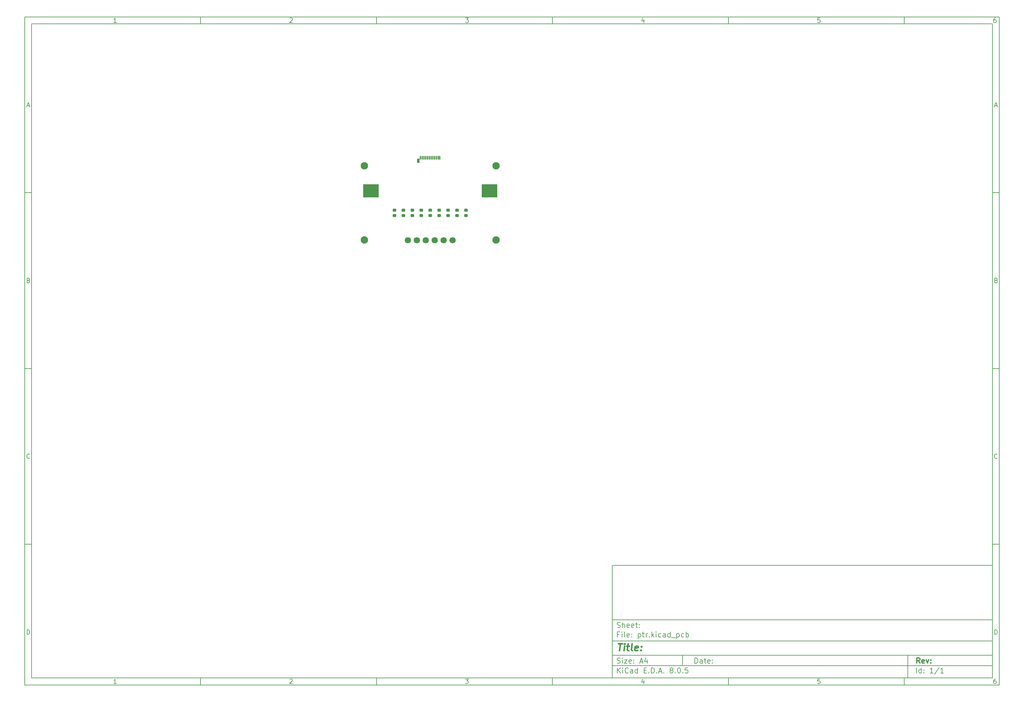
<source format=gbr>
%TF.GenerationSoftware,KiCad,Pcbnew,8.0.5*%
%TF.CreationDate,2024-11-03T20:33:15+08:00*%
%TF.ProjectId,ptr,7074722e-6b69-4636-9164-5f7063625858,rev?*%
%TF.SameCoordinates,Original*%
%TF.FileFunction,Soldermask,Top*%
%TF.FilePolarity,Negative*%
%FSLAX46Y46*%
G04 Gerber Fmt 4.6, Leading zero omitted, Abs format (unit mm)*
G04 Created by KiCad (PCBNEW 8.0.5) date 2024-11-03 20:33:15*
%MOMM*%
%LPD*%
G01*
G04 APERTURE LIST*
G04 Aperture macros list*
%AMRoundRect*
0 Rectangle with rounded corners*
0 $1 Rounding radius*
0 $2 $3 $4 $5 $6 $7 $8 $9 X,Y pos of 4 corners*
0 Add a 4 corners polygon primitive as box body*
4,1,4,$2,$3,$4,$5,$6,$7,$8,$9,$2,$3,0*
0 Add four circle primitives for the rounded corners*
1,1,$1+$1,$2,$3*
1,1,$1+$1,$4,$5*
1,1,$1+$1,$6,$7*
1,1,$1+$1,$8,$9*
0 Add four rect primitives between the rounded corners*
20,1,$1+$1,$2,$3,$4,$5,0*
20,1,$1+$1,$4,$5,$6,$7,0*
20,1,$1+$1,$6,$7,$8,$9,0*
20,1,$1+$1,$8,$9,$2,$3,0*%
G04 Aperture macros list end*
%ADD10C,0.100000*%
%ADD11C,0.150000*%
%ADD12C,0.300000*%
%ADD13C,0.400000*%
%ADD14R,4.500000X3.750000*%
%ADD15RoundRect,0.218750X-0.256250X0.218750X-0.256250X-0.218750X0.256250X-0.218750X0.256250X0.218750X0*%
%ADD16C,2.100000*%
%ADD17R,0.380000X1.000000*%
%ADD18R,0.700000X1.150000*%
%ADD19C,1.800000*%
G04 APERTURE END LIST*
D10*
D11*
X177002200Y-166007200D02*
X285002200Y-166007200D01*
X285002200Y-198007200D01*
X177002200Y-198007200D01*
X177002200Y-166007200D01*
D10*
D11*
X10000000Y-10000000D02*
X287002200Y-10000000D01*
X287002200Y-200007200D01*
X10000000Y-200007200D01*
X10000000Y-10000000D01*
D10*
D11*
X12000000Y-12000000D02*
X285002200Y-12000000D01*
X285002200Y-198007200D01*
X12000000Y-198007200D01*
X12000000Y-12000000D01*
D10*
D11*
X60000000Y-12000000D02*
X60000000Y-10000000D01*
D10*
D11*
X110000000Y-12000000D02*
X110000000Y-10000000D01*
D10*
D11*
X160000000Y-12000000D02*
X160000000Y-10000000D01*
D10*
D11*
X210000000Y-12000000D02*
X210000000Y-10000000D01*
D10*
D11*
X260000000Y-12000000D02*
X260000000Y-10000000D01*
D10*
D11*
X36089160Y-11593604D02*
X35346303Y-11593604D01*
X35717731Y-11593604D02*
X35717731Y-10293604D01*
X35717731Y-10293604D02*
X35593922Y-10479319D01*
X35593922Y-10479319D02*
X35470112Y-10603128D01*
X35470112Y-10603128D02*
X35346303Y-10665033D01*
D10*
D11*
X85346303Y-10417414D02*
X85408207Y-10355509D01*
X85408207Y-10355509D02*
X85532017Y-10293604D01*
X85532017Y-10293604D02*
X85841541Y-10293604D01*
X85841541Y-10293604D02*
X85965350Y-10355509D01*
X85965350Y-10355509D02*
X86027255Y-10417414D01*
X86027255Y-10417414D02*
X86089160Y-10541223D01*
X86089160Y-10541223D02*
X86089160Y-10665033D01*
X86089160Y-10665033D02*
X86027255Y-10850747D01*
X86027255Y-10850747D02*
X85284398Y-11593604D01*
X85284398Y-11593604D02*
X86089160Y-11593604D01*
D10*
D11*
X135284398Y-10293604D02*
X136089160Y-10293604D01*
X136089160Y-10293604D02*
X135655826Y-10788842D01*
X135655826Y-10788842D02*
X135841541Y-10788842D01*
X135841541Y-10788842D02*
X135965350Y-10850747D01*
X135965350Y-10850747D02*
X136027255Y-10912652D01*
X136027255Y-10912652D02*
X136089160Y-11036461D01*
X136089160Y-11036461D02*
X136089160Y-11345985D01*
X136089160Y-11345985D02*
X136027255Y-11469795D01*
X136027255Y-11469795D02*
X135965350Y-11531700D01*
X135965350Y-11531700D02*
X135841541Y-11593604D01*
X135841541Y-11593604D02*
X135470112Y-11593604D01*
X135470112Y-11593604D02*
X135346303Y-11531700D01*
X135346303Y-11531700D02*
X135284398Y-11469795D01*
D10*
D11*
X185965350Y-10726938D02*
X185965350Y-11593604D01*
X185655826Y-10231700D02*
X185346303Y-11160271D01*
X185346303Y-11160271D02*
X186151064Y-11160271D01*
D10*
D11*
X236027255Y-10293604D02*
X235408207Y-10293604D01*
X235408207Y-10293604D02*
X235346303Y-10912652D01*
X235346303Y-10912652D02*
X235408207Y-10850747D01*
X235408207Y-10850747D02*
X235532017Y-10788842D01*
X235532017Y-10788842D02*
X235841541Y-10788842D01*
X235841541Y-10788842D02*
X235965350Y-10850747D01*
X235965350Y-10850747D02*
X236027255Y-10912652D01*
X236027255Y-10912652D02*
X236089160Y-11036461D01*
X236089160Y-11036461D02*
X236089160Y-11345985D01*
X236089160Y-11345985D02*
X236027255Y-11469795D01*
X236027255Y-11469795D02*
X235965350Y-11531700D01*
X235965350Y-11531700D02*
X235841541Y-11593604D01*
X235841541Y-11593604D02*
X235532017Y-11593604D01*
X235532017Y-11593604D02*
X235408207Y-11531700D01*
X235408207Y-11531700D02*
X235346303Y-11469795D01*
D10*
D11*
X285965350Y-10293604D02*
X285717731Y-10293604D01*
X285717731Y-10293604D02*
X285593922Y-10355509D01*
X285593922Y-10355509D02*
X285532017Y-10417414D01*
X285532017Y-10417414D02*
X285408207Y-10603128D01*
X285408207Y-10603128D02*
X285346303Y-10850747D01*
X285346303Y-10850747D02*
X285346303Y-11345985D01*
X285346303Y-11345985D02*
X285408207Y-11469795D01*
X285408207Y-11469795D02*
X285470112Y-11531700D01*
X285470112Y-11531700D02*
X285593922Y-11593604D01*
X285593922Y-11593604D02*
X285841541Y-11593604D01*
X285841541Y-11593604D02*
X285965350Y-11531700D01*
X285965350Y-11531700D02*
X286027255Y-11469795D01*
X286027255Y-11469795D02*
X286089160Y-11345985D01*
X286089160Y-11345985D02*
X286089160Y-11036461D01*
X286089160Y-11036461D02*
X286027255Y-10912652D01*
X286027255Y-10912652D02*
X285965350Y-10850747D01*
X285965350Y-10850747D02*
X285841541Y-10788842D01*
X285841541Y-10788842D02*
X285593922Y-10788842D01*
X285593922Y-10788842D02*
X285470112Y-10850747D01*
X285470112Y-10850747D02*
X285408207Y-10912652D01*
X285408207Y-10912652D02*
X285346303Y-11036461D01*
D10*
D11*
X60000000Y-198007200D02*
X60000000Y-200007200D01*
D10*
D11*
X110000000Y-198007200D02*
X110000000Y-200007200D01*
D10*
D11*
X160000000Y-198007200D02*
X160000000Y-200007200D01*
D10*
D11*
X210000000Y-198007200D02*
X210000000Y-200007200D01*
D10*
D11*
X260000000Y-198007200D02*
X260000000Y-200007200D01*
D10*
D11*
X36089160Y-199600804D02*
X35346303Y-199600804D01*
X35717731Y-199600804D02*
X35717731Y-198300804D01*
X35717731Y-198300804D02*
X35593922Y-198486519D01*
X35593922Y-198486519D02*
X35470112Y-198610328D01*
X35470112Y-198610328D02*
X35346303Y-198672233D01*
D10*
D11*
X85346303Y-198424614D02*
X85408207Y-198362709D01*
X85408207Y-198362709D02*
X85532017Y-198300804D01*
X85532017Y-198300804D02*
X85841541Y-198300804D01*
X85841541Y-198300804D02*
X85965350Y-198362709D01*
X85965350Y-198362709D02*
X86027255Y-198424614D01*
X86027255Y-198424614D02*
X86089160Y-198548423D01*
X86089160Y-198548423D02*
X86089160Y-198672233D01*
X86089160Y-198672233D02*
X86027255Y-198857947D01*
X86027255Y-198857947D02*
X85284398Y-199600804D01*
X85284398Y-199600804D02*
X86089160Y-199600804D01*
D10*
D11*
X135284398Y-198300804D02*
X136089160Y-198300804D01*
X136089160Y-198300804D02*
X135655826Y-198796042D01*
X135655826Y-198796042D02*
X135841541Y-198796042D01*
X135841541Y-198796042D02*
X135965350Y-198857947D01*
X135965350Y-198857947D02*
X136027255Y-198919852D01*
X136027255Y-198919852D02*
X136089160Y-199043661D01*
X136089160Y-199043661D02*
X136089160Y-199353185D01*
X136089160Y-199353185D02*
X136027255Y-199476995D01*
X136027255Y-199476995D02*
X135965350Y-199538900D01*
X135965350Y-199538900D02*
X135841541Y-199600804D01*
X135841541Y-199600804D02*
X135470112Y-199600804D01*
X135470112Y-199600804D02*
X135346303Y-199538900D01*
X135346303Y-199538900D02*
X135284398Y-199476995D01*
D10*
D11*
X185965350Y-198734138D02*
X185965350Y-199600804D01*
X185655826Y-198238900D02*
X185346303Y-199167471D01*
X185346303Y-199167471D02*
X186151064Y-199167471D01*
D10*
D11*
X236027255Y-198300804D02*
X235408207Y-198300804D01*
X235408207Y-198300804D02*
X235346303Y-198919852D01*
X235346303Y-198919852D02*
X235408207Y-198857947D01*
X235408207Y-198857947D02*
X235532017Y-198796042D01*
X235532017Y-198796042D02*
X235841541Y-198796042D01*
X235841541Y-198796042D02*
X235965350Y-198857947D01*
X235965350Y-198857947D02*
X236027255Y-198919852D01*
X236027255Y-198919852D02*
X236089160Y-199043661D01*
X236089160Y-199043661D02*
X236089160Y-199353185D01*
X236089160Y-199353185D02*
X236027255Y-199476995D01*
X236027255Y-199476995D02*
X235965350Y-199538900D01*
X235965350Y-199538900D02*
X235841541Y-199600804D01*
X235841541Y-199600804D02*
X235532017Y-199600804D01*
X235532017Y-199600804D02*
X235408207Y-199538900D01*
X235408207Y-199538900D02*
X235346303Y-199476995D01*
D10*
D11*
X285965350Y-198300804D02*
X285717731Y-198300804D01*
X285717731Y-198300804D02*
X285593922Y-198362709D01*
X285593922Y-198362709D02*
X285532017Y-198424614D01*
X285532017Y-198424614D02*
X285408207Y-198610328D01*
X285408207Y-198610328D02*
X285346303Y-198857947D01*
X285346303Y-198857947D02*
X285346303Y-199353185D01*
X285346303Y-199353185D02*
X285408207Y-199476995D01*
X285408207Y-199476995D02*
X285470112Y-199538900D01*
X285470112Y-199538900D02*
X285593922Y-199600804D01*
X285593922Y-199600804D02*
X285841541Y-199600804D01*
X285841541Y-199600804D02*
X285965350Y-199538900D01*
X285965350Y-199538900D02*
X286027255Y-199476995D01*
X286027255Y-199476995D02*
X286089160Y-199353185D01*
X286089160Y-199353185D02*
X286089160Y-199043661D01*
X286089160Y-199043661D02*
X286027255Y-198919852D01*
X286027255Y-198919852D02*
X285965350Y-198857947D01*
X285965350Y-198857947D02*
X285841541Y-198796042D01*
X285841541Y-198796042D02*
X285593922Y-198796042D01*
X285593922Y-198796042D02*
X285470112Y-198857947D01*
X285470112Y-198857947D02*
X285408207Y-198919852D01*
X285408207Y-198919852D02*
X285346303Y-199043661D01*
D10*
D11*
X10000000Y-60000000D02*
X12000000Y-60000000D01*
D10*
D11*
X10000000Y-110000000D02*
X12000000Y-110000000D01*
D10*
D11*
X10000000Y-160000000D02*
X12000000Y-160000000D01*
D10*
D11*
X10690476Y-35222176D02*
X11309523Y-35222176D01*
X10566666Y-35593604D02*
X10999999Y-34293604D01*
X10999999Y-34293604D02*
X11433333Y-35593604D01*
D10*
D11*
X11092857Y-84912652D02*
X11278571Y-84974557D01*
X11278571Y-84974557D02*
X11340476Y-85036461D01*
X11340476Y-85036461D02*
X11402380Y-85160271D01*
X11402380Y-85160271D02*
X11402380Y-85345985D01*
X11402380Y-85345985D02*
X11340476Y-85469795D01*
X11340476Y-85469795D02*
X11278571Y-85531700D01*
X11278571Y-85531700D02*
X11154761Y-85593604D01*
X11154761Y-85593604D02*
X10659523Y-85593604D01*
X10659523Y-85593604D02*
X10659523Y-84293604D01*
X10659523Y-84293604D02*
X11092857Y-84293604D01*
X11092857Y-84293604D02*
X11216666Y-84355509D01*
X11216666Y-84355509D02*
X11278571Y-84417414D01*
X11278571Y-84417414D02*
X11340476Y-84541223D01*
X11340476Y-84541223D02*
X11340476Y-84665033D01*
X11340476Y-84665033D02*
X11278571Y-84788842D01*
X11278571Y-84788842D02*
X11216666Y-84850747D01*
X11216666Y-84850747D02*
X11092857Y-84912652D01*
X11092857Y-84912652D02*
X10659523Y-84912652D01*
D10*
D11*
X11402380Y-135469795D02*
X11340476Y-135531700D01*
X11340476Y-135531700D02*
X11154761Y-135593604D01*
X11154761Y-135593604D02*
X11030952Y-135593604D01*
X11030952Y-135593604D02*
X10845238Y-135531700D01*
X10845238Y-135531700D02*
X10721428Y-135407890D01*
X10721428Y-135407890D02*
X10659523Y-135284080D01*
X10659523Y-135284080D02*
X10597619Y-135036461D01*
X10597619Y-135036461D02*
X10597619Y-134850747D01*
X10597619Y-134850747D02*
X10659523Y-134603128D01*
X10659523Y-134603128D02*
X10721428Y-134479319D01*
X10721428Y-134479319D02*
X10845238Y-134355509D01*
X10845238Y-134355509D02*
X11030952Y-134293604D01*
X11030952Y-134293604D02*
X11154761Y-134293604D01*
X11154761Y-134293604D02*
X11340476Y-134355509D01*
X11340476Y-134355509D02*
X11402380Y-134417414D01*
D10*
D11*
X10659523Y-185593604D02*
X10659523Y-184293604D01*
X10659523Y-184293604D02*
X10969047Y-184293604D01*
X10969047Y-184293604D02*
X11154761Y-184355509D01*
X11154761Y-184355509D02*
X11278571Y-184479319D01*
X11278571Y-184479319D02*
X11340476Y-184603128D01*
X11340476Y-184603128D02*
X11402380Y-184850747D01*
X11402380Y-184850747D02*
X11402380Y-185036461D01*
X11402380Y-185036461D02*
X11340476Y-185284080D01*
X11340476Y-185284080D02*
X11278571Y-185407890D01*
X11278571Y-185407890D02*
X11154761Y-185531700D01*
X11154761Y-185531700D02*
X10969047Y-185593604D01*
X10969047Y-185593604D02*
X10659523Y-185593604D01*
D10*
D11*
X287002200Y-60000000D02*
X285002200Y-60000000D01*
D10*
D11*
X287002200Y-110000000D02*
X285002200Y-110000000D01*
D10*
D11*
X287002200Y-160000000D02*
X285002200Y-160000000D01*
D10*
D11*
X285692676Y-35222176D02*
X286311723Y-35222176D01*
X285568866Y-35593604D02*
X286002199Y-34293604D01*
X286002199Y-34293604D02*
X286435533Y-35593604D01*
D10*
D11*
X286095057Y-84912652D02*
X286280771Y-84974557D01*
X286280771Y-84974557D02*
X286342676Y-85036461D01*
X286342676Y-85036461D02*
X286404580Y-85160271D01*
X286404580Y-85160271D02*
X286404580Y-85345985D01*
X286404580Y-85345985D02*
X286342676Y-85469795D01*
X286342676Y-85469795D02*
X286280771Y-85531700D01*
X286280771Y-85531700D02*
X286156961Y-85593604D01*
X286156961Y-85593604D02*
X285661723Y-85593604D01*
X285661723Y-85593604D02*
X285661723Y-84293604D01*
X285661723Y-84293604D02*
X286095057Y-84293604D01*
X286095057Y-84293604D02*
X286218866Y-84355509D01*
X286218866Y-84355509D02*
X286280771Y-84417414D01*
X286280771Y-84417414D02*
X286342676Y-84541223D01*
X286342676Y-84541223D02*
X286342676Y-84665033D01*
X286342676Y-84665033D02*
X286280771Y-84788842D01*
X286280771Y-84788842D02*
X286218866Y-84850747D01*
X286218866Y-84850747D02*
X286095057Y-84912652D01*
X286095057Y-84912652D02*
X285661723Y-84912652D01*
D10*
D11*
X286404580Y-135469795D02*
X286342676Y-135531700D01*
X286342676Y-135531700D02*
X286156961Y-135593604D01*
X286156961Y-135593604D02*
X286033152Y-135593604D01*
X286033152Y-135593604D02*
X285847438Y-135531700D01*
X285847438Y-135531700D02*
X285723628Y-135407890D01*
X285723628Y-135407890D02*
X285661723Y-135284080D01*
X285661723Y-135284080D02*
X285599819Y-135036461D01*
X285599819Y-135036461D02*
X285599819Y-134850747D01*
X285599819Y-134850747D02*
X285661723Y-134603128D01*
X285661723Y-134603128D02*
X285723628Y-134479319D01*
X285723628Y-134479319D02*
X285847438Y-134355509D01*
X285847438Y-134355509D02*
X286033152Y-134293604D01*
X286033152Y-134293604D02*
X286156961Y-134293604D01*
X286156961Y-134293604D02*
X286342676Y-134355509D01*
X286342676Y-134355509D02*
X286404580Y-134417414D01*
D10*
D11*
X285661723Y-185593604D02*
X285661723Y-184293604D01*
X285661723Y-184293604D02*
X285971247Y-184293604D01*
X285971247Y-184293604D02*
X286156961Y-184355509D01*
X286156961Y-184355509D02*
X286280771Y-184479319D01*
X286280771Y-184479319D02*
X286342676Y-184603128D01*
X286342676Y-184603128D02*
X286404580Y-184850747D01*
X286404580Y-184850747D02*
X286404580Y-185036461D01*
X286404580Y-185036461D02*
X286342676Y-185284080D01*
X286342676Y-185284080D02*
X286280771Y-185407890D01*
X286280771Y-185407890D02*
X286156961Y-185531700D01*
X286156961Y-185531700D02*
X285971247Y-185593604D01*
X285971247Y-185593604D02*
X285661723Y-185593604D01*
D10*
D11*
X200458026Y-193793328D02*
X200458026Y-192293328D01*
X200458026Y-192293328D02*
X200815169Y-192293328D01*
X200815169Y-192293328D02*
X201029455Y-192364757D01*
X201029455Y-192364757D02*
X201172312Y-192507614D01*
X201172312Y-192507614D02*
X201243741Y-192650471D01*
X201243741Y-192650471D02*
X201315169Y-192936185D01*
X201315169Y-192936185D02*
X201315169Y-193150471D01*
X201315169Y-193150471D02*
X201243741Y-193436185D01*
X201243741Y-193436185D02*
X201172312Y-193579042D01*
X201172312Y-193579042D02*
X201029455Y-193721900D01*
X201029455Y-193721900D02*
X200815169Y-193793328D01*
X200815169Y-193793328D02*
X200458026Y-193793328D01*
X202600884Y-193793328D02*
X202600884Y-193007614D01*
X202600884Y-193007614D02*
X202529455Y-192864757D01*
X202529455Y-192864757D02*
X202386598Y-192793328D01*
X202386598Y-192793328D02*
X202100884Y-192793328D01*
X202100884Y-192793328D02*
X201958026Y-192864757D01*
X202600884Y-193721900D02*
X202458026Y-193793328D01*
X202458026Y-193793328D02*
X202100884Y-193793328D01*
X202100884Y-193793328D02*
X201958026Y-193721900D01*
X201958026Y-193721900D02*
X201886598Y-193579042D01*
X201886598Y-193579042D02*
X201886598Y-193436185D01*
X201886598Y-193436185D02*
X201958026Y-193293328D01*
X201958026Y-193293328D02*
X202100884Y-193221900D01*
X202100884Y-193221900D02*
X202458026Y-193221900D01*
X202458026Y-193221900D02*
X202600884Y-193150471D01*
X203100884Y-192793328D02*
X203672312Y-192793328D01*
X203315169Y-192293328D02*
X203315169Y-193579042D01*
X203315169Y-193579042D02*
X203386598Y-193721900D01*
X203386598Y-193721900D02*
X203529455Y-193793328D01*
X203529455Y-193793328D02*
X203672312Y-193793328D01*
X204743741Y-193721900D02*
X204600884Y-193793328D01*
X204600884Y-193793328D02*
X204315170Y-193793328D01*
X204315170Y-193793328D02*
X204172312Y-193721900D01*
X204172312Y-193721900D02*
X204100884Y-193579042D01*
X204100884Y-193579042D02*
X204100884Y-193007614D01*
X204100884Y-193007614D02*
X204172312Y-192864757D01*
X204172312Y-192864757D02*
X204315170Y-192793328D01*
X204315170Y-192793328D02*
X204600884Y-192793328D01*
X204600884Y-192793328D02*
X204743741Y-192864757D01*
X204743741Y-192864757D02*
X204815170Y-193007614D01*
X204815170Y-193007614D02*
X204815170Y-193150471D01*
X204815170Y-193150471D02*
X204100884Y-193293328D01*
X205458026Y-193650471D02*
X205529455Y-193721900D01*
X205529455Y-193721900D02*
X205458026Y-193793328D01*
X205458026Y-193793328D02*
X205386598Y-193721900D01*
X205386598Y-193721900D02*
X205458026Y-193650471D01*
X205458026Y-193650471D02*
X205458026Y-193793328D01*
X205458026Y-192864757D02*
X205529455Y-192936185D01*
X205529455Y-192936185D02*
X205458026Y-193007614D01*
X205458026Y-193007614D02*
X205386598Y-192936185D01*
X205386598Y-192936185D02*
X205458026Y-192864757D01*
X205458026Y-192864757D02*
X205458026Y-193007614D01*
D10*
D11*
X177002200Y-194507200D02*
X285002200Y-194507200D01*
D10*
D11*
X178458026Y-196593328D02*
X178458026Y-195093328D01*
X179315169Y-196593328D02*
X178672312Y-195736185D01*
X179315169Y-195093328D02*
X178458026Y-195950471D01*
X179958026Y-196593328D02*
X179958026Y-195593328D01*
X179958026Y-195093328D02*
X179886598Y-195164757D01*
X179886598Y-195164757D02*
X179958026Y-195236185D01*
X179958026Y-195236185D02*
X180029455Y-195164757D01*
X180029455Y-195164757D02*
X179958026Y-195093328D01*
X179958026Y-195093328D02*
X179958026Y-195236185D01*
X181529455Y-196450471D02*
X181458027Y-196521900D01*
X181458027Y-196521900D02*
X181243741Y-196593328D01*
X181243741Y-196593328D02*
X181100884Y-196593328D01*
X181100884Y-196593328D02*
X180886598Y-196521900D01*
X180886598Y-196521900D02*
X180743741Y-196379042D01*
X180743741Y-196379042D02*
X180672312Y-196236185D01*
X180672312Y-196236185D02*
X180600884Y-195950471D01*
X180600884Y-195950471D02*
X180600884Y-195736185D01*
X180600884Y-195736185D02*
X180672312Y-195450471D01*
X180672312Y-195450471D02*
X180743741Y-195307614D01*
X180743741Y-195307614D02*
X180886598Y-195164757D01*
X180886598Y-195164757D02*
X181100884Y-195093328D01*
X181100884Y-195093328D02*
X181243741Y-195093328D01*
X181243741Y-195093328D02*
X181458027Y-195164757D01*
X181458027Y-195164757D02*
X181529455Y-195236185D01*
X182815170Y-196593328D02*
X182815170Y-195807614D01*
X182815170Y-195807614D02*
X182743741Y-195664757D01*
X182743741Y-195664757D02*
X182600884Y-195593328D01*
X182600884Y-195593328D02*
X182315170Y-195593328D01*
X182315170Y-195593328D02*
X182172312Y-195664757D01*
X182815170Y-196521900D02*
X182672312Y-196593328D01*
X182672312Y-196593328D02*
X182315170Y-196593328D01*
X182315170Y-196593328D02*
X182172312Y-196521900D01*
X182172312Y-196521900D02*
X182100884Y-196379042D01*
X182100884Y-196379042D02*
X182100884Y-196236185D01*
X182100884Y-196236185D02*
X182172312Y-196093328D01*
X182172312Y-196093328D02*
X182315170Y-196021900D01*
X182315170Y-196021900D02*
X182672312Y-196021900D01*
X182672312Y-196021900D02*
X182815170Y-195950471D01*
X184172313Y-196593328D02*
X184172313Y-195093328D01*
X184172313Y-196521900D02*
X184029455Y-196593328D01*
X184029455Y-196593328D02*
X183743741Y-196593328D01*
X183743741Y-196593328D02*
X183600884Y-196521900D01*
X183600884Y-196521900D02*
X183529455Y-196450471D01*
X183529455Y-196450471D02*
X183458027Y-196307614D01*
X183458027Y-196307614D02*
X183458027Y-195879042D01*
X183458027Y-195879042D02*
X183529455Y-195736185D01*
X183529455Y-195736185D02*
X183600884Y-195664757D01*
X183600884Y-195664757D02*
X183743741Y-195593328D01*
X183743741Y-195593328D02*
X184029455Y-195593328D01*
X184029455Y-195593328D02*
X184172313Y-195664757D01*
X186029455Y-195807614D02*
X186529455Y-195807614D01*
X186743741Y-196593328D02*
X186029455Y-196593328D01*
X186029455Y-196593328D02*
X186029455Y-195093328D01*
X186029455Y-195093328D02*
X186743741Y-195093328D01*
X187386598Y-196450471D02*
X187458027Y-196521900D01*
X187458027Y-196521900D02*
X187386598Y-196593328D01*
X187386598Y-196593328D02*
X187315170Y-196521900D01*
X187315170Y-196521900D02*
X187386598Y-196450471D01*
X187386598Y-196450471D02*
X187386598Y-196593328D01*
X188100884Y-196593328D02*
X188100884Y-195093328D01*
X188100884Y-195093328D02*
X188458027Y-195093328D01*
X188458027Y-195093328D02*
X188672313Y-195164757D01*
X188672313Y-195164757D02*
X188815170Y-195307614D01*
X188815170Y-195307614D02*
X188886599Y-195450471D01*
X188886599Y-195450471D02*
X188958027Y-195736185D01*
X188958027Y-195736185D02*
X188958027Y-195950471D01*
X188958027Y-195950471D02*
X188886599Y-196236185D01*
X188886599Y-196236185D02*
X188815170Y-196379042D01*
X188815170Y-196379042D02*
X188672313Y-196521900D01*
X188672313Y-196521900D02*
X188458027Y-196593328D01*
X188458027Y-196593328D02*
X188100884Y-196593328D01*
X189600884Y-196450471D02*
X189672313Y-196521900D01*
X189672313Y-196521900D02*
X189600884Y-196593328D01*
X189600884Y-196593328D02*
X189529456Y-196521900D01*
X189529456Y-196521900D02*
X189600884Y-196450471D01*
X189600884Y-196450471D02*
X189600884Y-196593328D01*
X190243742Y-196164757D02*
X190958028Y-196164757D01*
X190100885Y-196593328D02*
X190600885Y-195093328D01*
X190600885Y-195093328D02*
X191100885Y-196593328D01*
X191600884Y-196450471D02*
X191672313Y-196521900D01*
X191672313Y-196521900D02*
X191600884Y-196593328D01*
X191600884Y-196593328D02*
X191529456Y-196521900D01*
X191529456Y-196521900D02*
X191600884Y-196450471D01*
X191600884Y-196450471D02*
X191600884Y-196593328D01*
X193672313Y-195736185D02*
X193529456Y-195664757D01*
X193529456Y-195664757D02*
X193458027Y-195593328D01*
X193458027Y-195593328D02*
X193386599Y-195450471D01*
X193386599Y-195450471D02*
X193386599Y-195379042D01*
X193386599Y-195379042D02*
X193458027Y-195236185D01*
X193458027Y-195236185D02*
X193529456Y-195164757D01*
X193529456Y-195164757D02*
X193672313Y-195093328D01*
X193672313Y-195093328D02*
X193958027Y-195093328D01*
X193958027Y-195093328D02*
X194100885Y-195164757D01*
X194100885Y-195164757D02*
X194172313Y-195236185D01*
X194172313Y-195236185D02*
X194243742Y-195379042D01*
X194243742Y-195379042D02*
X194243742Y-195450471D01*
X194243742Y-195450471D02*
X194172313Y-195593328D01*
X194172313Y-195593328D02*
X194100885Y-195664757D01*
X194100885Y-195664757D02*
X193958027Y-195736185D01*
X193958027Y-195736185D02*
X193672313Y-195736185D01*
X193672313Y-195736185D02*
X193529456Y-195807614D01*
X193529456Y-195807614D02*
X193458027Y-195879042D01*
X193458027Y-195879042D02*
X193386599Y-196021900D01*
X193386599Y-196021900D02*
X193386599Y-196307614D01*
X193386599Y-196307614D02*
X193458027Y-196450471D01*
X193458027Y-196450471D02*
X193529456Y-196521900D01*
X193529456Y-196521900D02*
X193672313Y-196593328D01*
X193672313Y-196593328D02*
X193958027Y-196593328D01*
X193958027Y-196593328D02*
X194100885Y-196521900D01*
X194100885Y-196521900D02*
X194172313Y-196450471D01*
X194172313Y-196450471D02*
X194243742Y-196307614D01*
X194243742Y-196307614D02*
X194243742Y-196021900D01*
X194243742Y-196021900D02*
X194172313Y-195879042D01*
X194172313Y-195879042D02*
X194100885Y-195807614D01*
X194100885Y-195807614D02*
X193958027Y-195736185D01*
X194886598Y-196450471D02*
X194958027Y-196521900D01*
X194958027Y-196521900D02*
X194886598Y-196593328D01*
X194886598Y-196593328D02*
X194815170Y-196521900D01*
X194815170Y-196521900D02*
X194886598Y-196450471D01*
X194886598Y-196450471D02*
X194886598Y-196593328D01*
X195886599Y-195093328D02*
X196029456Y-195093328D01*
X196029456Y-195093328D02*
X196172313Y-195164757D01*
X196172313Y-195164757D02*
X196243742Y-195236185D01*
X196243742Y-195236185D02*
X196315170Y-195379042D01*
X196315170Y-195379042D02*
X196386599Y-195664757D01*
X196386599Y-195664757D02*
X196386599Y-196021900D01*
X196386599Y-196021900D02*
X196315170Y-196307614D01*
X196315170Y-196307614D02*
X196243742Y-196450471D01*
X196243742Y-196450471D02*
X196172313Y-196521900D01*
X196172313Y-196521900D02*
X196029456Y-196593328D01*
X196029456Y-196593328D02*
X195886599Y-196593328D01*
X195886599Y-196593328D02*
X195743742Y-196521900D01*
X195743742Y-196521900D02*
X195672313Y-196450471D01*
X195672313Y-196450471D02*
X195600884Y-196307614D01*
X195600884Y-196307614D02*
X195529456Y-196021900D01*
X195529456Y-196021900D02*
X195529456Y-195664757D01*
X195529456Y-195664757D02*
X195600884Y-195379042D01*
X195600884Y-195379042D02*
X195672313Y-195236185D01*
X195672313Y-195236185D02*
X195743742Y-195164757D01*
X195743742Y-195164757D02*
X195886599Y-195093328D01*
X197029455Y-196450471D02*
X197100884Y-196521900D01*
X197100884Y-196521900D02*
X197029455Y-196593328D01*
X197029455Y-196593328D02*
X196958027Y-196521900D01*
X196958027Y-196521900D02*
X197029455Y-196450471D01*
X197029455Y-196450471D02*
X197029455Y-196593328D01*
X198458027Y-195093328D02*
X197743741Y-195093328D01*
X197743741Y-195093328D02*
X197672313Y-195807614D01*
X197672313Y-195807614D02*
X197743741Y-195736185D01*
X197743741Y-195736185D02*
X197886599Y-195664757D01*
X197886599Y-195664757D02*
X198243741Y-195664757D01*
X198243741Y-195664757D02*
X198386599Y-195736185D01*
X198386599Y-195736185D02*
X198458027Y-195807614D01*
X198458027Y-195807614D02*
X198529456Y-195950471D01*
X198529456Y-195950471D02*
X198529456Y-196307614D01*
X198529456Y-196307614D02*
X198458027Y-196450471D01*
X198458027Y-196450471D02*
X198386599Y-196521900D01*
X198386599Y-196521900D02*
X198243741Y-196593328D01*
X198243741Y-196593328D02*
X197886599Y-196593328D01*
X197886599Y-196593328D02*
X197743741Y-196521900D01*
X197743741Y-196521900D02*
X197672313Y-196450471D01*
D10*
D11*
X177002200Y-191507200D02*
X285002200Y-191507200D01*
D10*
D12*
X264413853Y-193785528D02*
X263913853Y-193071242D01*
X263556710Y-193785528D02*
X263556710Y-192285528D01*
X263556710Y-192285528D02*
X264128139Y-192285528D01*
X264128139Y-192285528D02*
X264270996Y-192356957D01*
X264270996Y-192356957D02*
X264342425Y-192428385D01*
X264342425Y-192428385D02*
X264413853Y-192571242D01*
X264413853Y-192571242D02*
X264413853Y-192785528D01*
X264413853Y-192785528D02*
X264342425Y-192928385D01*
X264342425Y-192928385D02*
X264270996Y-192999814D01*
X264270996Y-192999814D02*
X264128139Y-193071242D01*
X264128139Y-193071242D02*
X263556710Y-193071242D01*
X265628139Y-193714100D02*
X265485282Y-193785528D01*
X265485282Y-193785528D02*
X265199568Y-193785528D01*
X265199568Y-193785528D02*
X265056710Y-193714100D01*
X265056710Y-193714100D02*
X264985282Y-193571242D01*
X264985282Y-193571242D02*
X264985282Y-192999814D01*
X264985282Y-192999814D02*
X265056710Y-192856957D01*
X265056710Y-192856957D02*
X265199568Y-192785528D01*
X265199568Y-192785528D02*
X265485282Y-192785528D01*
X265485282Y-192785528D02*
X265628139Y-192856957D01*
X265628139Y-192856957D02*
X265699568Y-192999814D01*
X265699568Y-192999814D02*
X265699568Y-193142671D01*
X265699568Y-193142671D02*
X264985282Y-193285528D01*
X266199567Y-192785528D02*
X266556710Y-193785528D01*
X266556710Y-193785528D02*
X266913853Y-192785528D01*
X267485281Y-193642671D02*
X267556710Y-193714100D01*
X267556710Y-193714100D02*
X267485281Y-193785528D01*
X267485281Y-193785528D02*
X267413853Y-193714100D01*
X267413853Y-193714100D02*
X267485281Y-193642671D01*
X267485281Y-193642671D02*
X267485281Y-193785528D01*
X267485281Y-192856957D02*
X267556710Y-192928385D01*
X267556710Y-192928385D02*
X267485281Y-192999814D01*
X267485281Y-192999814D02*
X267413853Y-192928385D01*
X267413853Y-192928385D02*
X267485281Y-192856957D01*
X267485281Y-192856957D02*
X267485281Y-192999814D01*
D10*
D11*
X178386598Y-193721900D02*
X178600884Y-193793328D01*
X178600884Y-193793328D02*
X178958026Y-193793328D01*
X178958026Y-193793328D02*
X179100884Y-193721900D01*
X179100884Y-193721900D02*
X179172312Y-193650471D01*
X179172312Y-193650471D02*
X179243741Y-193507614D01*
X179243741Y-193507614D02*
X179243741Y-193364757D01*
X179243741Y-193364757D02*
X179172312Y-193221900D01*
X179172312Y-193221900D02*
X179100884Y-193150471D01*
X179100884Y-193150471D02*
X178958026Y-193079042D01*
X178958026Y-193079042D02*
X178672312Y-193007614D01*
X178672312Y-193007614D02*
X178529455Y-192936185D01*
X178529455Y-192936185D02*
X178458026Y-192864757D01*
X178458026Y-192864757D02*
X178386598Y-192721900D01*
X178386598Y-192721900D02*
X178386598Y-192579042D01*
X178386598Y-192579042D02*
X178458026Y-192436185D01*
X178458026Y-192436185D02*
X178529455Y-192364757D01*
X178529455Y-192364757D02*
X178672312Y-192293328D01*
X178672312Y-192293328D02*
X179029455Y-192293328D01*
X179029455Y-192293328D02*
X179243741Y-192364757D01*
X179886597Y-193793328D02*
X179886597Y-192793328D01*
X179886597Y-192293328D02*
X179815169Y-192364757D01*
X179815169Y-192364757D02*
X179886597Y-192436185D01*
X179886597Y-192436185D02*
X179958026Y-192364757D01*
X179958026Y-192364757D02*
X179886597Y-192293328D01*
X179886597Y-192293328D02*
X179886597Y-192436185D01*
X180458026Y-192793328D02*
X181243741Y-192793328D01*
X181243741Y-192793328D02*
X180458026Y-193793328D01*
X180458026Y-193793328D02*
X181243741Y-193793328D01*
X182386598Y-193721900D02*
X182243741Y-193793328D01*
X182243741Y-193793328D02*
X181958027Y-193793328D01*
X181958027Y-193793328D02*
X181815169Y-193721900D01*
X181815169Y-193721900D02*
X181743741Y-193579042D01*
X181743741Y-193579042D02*
X181743741Y-193007614D01*
X181743741Y-193007614D02*
X181815169Y-192864757D01*
X181815169Y-192864757D02*
X181958027Y-192793328D01*
X181958027Y-192793328D02*
X182243741Y-192793328D01*
X182243741Y-192793328D02*
X182386598Y-192864757D01*
X182386598Y-192864757D02*
X182458027Y-193007614D01*
X182458027Y-193007614D02*
X182458027Y-193150471D01*
X182458027Y-193150471D02*
X181743741Y-193293328D01*
X183100883Y-193650471D02*
X183172312Y-193721900D01*
X183172312Y-193721900D02*
X183100883Y-193793328D01*
X183100883Y-193793328D02*
X183029455Y-193721900D01*
X183029455Y-193721900D02*
X183100883Y-193650471D01*
X183100883Y-193650471D02*
X183100883Y-193793328D01*
X183100883Y-192864757D02*
X183172312Y-192936185D01*
X183172312Y-192936185D02*
X183100883Y-193007614D01*
X183100883Y-193007614D02*
X183029455Y-192936185D01*
X183029455Y-192936185D02*
X183100883Y-192864757D01*
X183100883Y-192864757D02*
X183100883Y-193007614D01*
X184886598Y-193364757D02*
X185600884Y-193364757D01*
X184743741Y-193793328D02*
X185243741Y-192293328D01*
X185243741Y-192293328D02*
X185743741Y-193793328D01*
X186886598Y-192793328D02*
X186886598Y-193793328D01*
X186529455Y-192221900D02*
X186172312Y-193293328D01*
X186172312Y-193293328D02*
X187100883Y-193293328D01*
D10*
D11*
X263458026Y-196593328D02*
X263458026Y-195093328D01*
X264815170Y-196593328D02*
X264815170Y-195093328D01*
X264815170Y-196521900D02*
X264672312Y-196593328D01*
X264672312Y-196593328D02*
X264386598Y-196593328D01*
X264386598Y-196593328D02*
X264243741Y-196521900D01*
X264243741Y-196521900D02*
X264172312Y-196450471D01*
X264172312Y-196450471D02*
X264100884Y-196307614D01*
X264100884Y-196307614D02*
X264100884Y-195879042D01*
X264100884Y-195879042D02*
X264172312Y-195736185D01*
X264172312Y-195736185D02*
X264243741Y-195664757D01*
X264243741Y-195664757D02*
X264386598Y-195593328D01*
X264386598Y-195593328D02*
X264672312Y-195593328D01*
X264672312Y-195593328D02*
X264815170Y-195664757D01*
X265529455Y-196450471D02*
X265600884Y-196521900D01*
X265600884Y-196521900D02*
X265529455Y-196593328D01*
X265529455Y-196593328D02*
X265458027Y-196521900D01*
X265458027Y-196521900D02*
X265529455Y-196450471D01*
X265529455Y-196450471D02*
X265529455Y-196593328D01*
X265529455Y-195664757D02*
X265600884Y-195736185D01*
X265600884Y-195736185D02*
X265529455Y-195807614D01*
X265529455Y-195807614D02*
X265458027Y-195736185D01*
X265458027Y-195736185D02*
X265529455Y-195664757D01*
X265529455Y-195664757D02*
X265529455Y-195807614D01*
X268172313Y-196593328D02*
X267315170Y-196593328D01*
X267743741Y-196593328D02*
X267743741Y-195093328D01*
X267743741Y-195093328D02*
X267600884Y-195307614D01*
X267600884Y-195307614D02*
X267458027Y-195450471D01*
X267458027Y-195450471D02*
X267315170Y-195521900D01*
X269886598Y-195021900D02*
X268600884Y-196950471D01*
X271172313Y-196593328D02*
X270315170Y-196593328D01*
X270743741Y-196593328D02*
X270743741Y-195093328D01*
X270743741Y-195093328D02*
X270600884Y-195307614D01*
X270600884Y-195307614D02*
X270458027Y-195450471D01*
X270458027Y-195450471D02*
X270315170Y-195521900D01*
D10*
D11*
X177002200Y-187507200D02*
X285002200Y-187507200D01*
D10*
D13*
X178693928Y-188211638D02*
X179836785Y-188211638D01*
X179015357Y-190211638D02*
X179265357Y-188211638D01*
X180253452Y-190211638D02*
X180420119Y-188878304D01*
X180503452Y-188211638D02*
X180396309Y-188306876D01*
X180396309Y-188306876D02*
X180479643Y-188402114D01*
X180479643Y-188402114D02*
X180586786Y-188306876D01*
X180586786Y-188306876D02*
X180503452Y-188211638D01*
X180503452Y-188211638D02*
X180479643Y-188402114D01*
X181086786Y-188878304D02*
X181848690Y-188878304D01*
X181455833Y-188211638D02*
X181241548Y-189925923D01*
X181241548Y-189925923D02*
X181312976Y-190116400D01*
X181312976Y-190116400D02*
X181491548Y-190211638D01*
X181491548Y-190211638D02*
X181682024Y-190211638D01*
X182634405Y-190211638D02*
X182455833Y-190116400D01*
X182455833Y-190116400D02*
X182384405Y-189925923D01*
X182384405Y-189925923D02*
X182598690Y-188211638D01*
X184170119Y-190116400D02*
X183967738Y-190211638D01*
X183967738Y-190211638D02*
X183586785Y-190211638D01*
X183586785Y-190211638D02*
X183408214Y-190116400D01*
X183408214Y-190116400D02*
X183336785Y-189925923D01*
X183336785Y-189925923D02*
X183432024Y-189164019D01*
X183432024Y-189164019D02*
X183551071Y-188973542D01*
X183551071Y-188973542D02*
X183753452Y-188878304D01*
X183753452Y-188878304D02*
X184134404Y-188878304D01*
X184134404Y-188878304D02*
X184312976Y-188973542D01*
X184312976Y-188973542D02*
X184384404Y-189164019D01*
X184384404Y-189164019D02*
X184360595Y-189354495D01*
X184360595Y-189354495D02*
X183384404Y-189544971D01*
X185134405Y-190021161D02*
X185217738Y-190116400D01*
X185217738Y-190116400D02*
X185110595Y-190211638D01*
X185110595Y-190211638D02*
X185027262Y-190116400D01*
X185027262Y-190116400D02*
X185134405Y-190021161D01*
X185134405Y-190021161D02*
X185110595Y-190211638D01*
X185265357Y-188973542D02*
X185348690Y-189068780D01*
X185348690Y-189068780D02*
X185241548Y-189164019D01*
X185241548Y-189164019D02*
X185158214Y-189068780D01*
X185158214Y-189068780D02*
X185265357Y-188973542D01*
X185265357Y-188973542D02*
X185241548Y-189164019D01*
D10*
D11*
X178958026Y-185607614D02*
X178458026Y-185607614D01*
X178458026Y-186393328D02*
X178458026Y-184893328D01*
X178458026Y-184893328D02*
X179172312Y-184893328D01*
X179743740Y-186393328D02*
X179743740Y-185393328D01*
X179743740Y-184893328D02*
X179672312Y-184964757D01*
X179672312Y-184964757D02*
X179743740Y-185036185D01*
X179743740Y-185036185D02*
X179815169Y-184964757D01*
X179815169Y-184964757D02*
X179743740Y-184893328D01*
X179743740Y-184893328D02*
X179743740Y-185036185D01*
X180672312Y-186393328D02*
X180529455Y-186321900D01*
X180529455Y-186321900D02*
X180458026Y-186179042D01*
X180458026Y-186179042D02*
X180458026Y-184893328D01*
X181815169Y-186321900D02*
X181672312Y-186393328D01*
X181672312Y-186393328D02*
X181386598Y-186393328D01*
X181386598Y-186393328D02*
X181243740Y-186321900D01*
X181243740Y-186321900D02*
X181172312Y-186179042D01*
X181172312Y-186179042D02*
X181172312Y-185607614D01*
X181172312Y-185607614D02*
X181243740Y-185464757D01*
X181243740Y-185464757D02*
X181386598Y-185393328D01*
X181386598Y-185393328D02*
X181672312Y-185393328D01*
X181672312Y-185393328D02*
X181815169Y-185464757D01*
X181815169Y-185464757D02*
X181886598Y-185607614D01*
X181886598Y-185607614D02*
X181886598Y-185750471D01*
X181886598Y-185750471D02*
X181172312Y-185893328D01*
X182529454Y-186250471D02*
X182600883Y-186321900D01*
X182600883Y-186321900D02*
X182529454Y-186393328D01*
X182529454Y-186393328D02*
X182458026Y-186321900D01*
X182458026Y-186321900D02*
X182529454Y-186250471D01*
X182529454Y-186250471D02*
X182529454Y-186393328D01*
X182529454Y-185464757D02*
X182600883Y-185536185D01*
X182600883Y-185536185D02*
X182529454Y-185607614D01*
X182529454Y-185607614D02*
X182458026Y-185536185D01*
X182458026Y-185536185D02*
X182529454Y-185464757D01*
X182529454Y-185464757D02*
X182529454Y-185607614D01*
X184386597Y-185393328D02*
X184386597Y-186893328D01*
X184386597Y-185464757D02*
X184529455Y-185393328D01*
X184529455Y-185393328D02*
X184815169Y-185393328D01*
X184815169Y-185393328D02*
X184958026Y-185464757D01*
X184958026Y-185464757D02*
X185029455Y-185536185D01*
X185029455Y-185536185D02*
X185100883Y-185679042D01*
X185100883Y-185679042D02*
X185100883Y-186107614D01*
X185100883Y-186107614D02*
X185029455Y-186250471D01*
X185029455Y-186250471D02*
X184958026Y-186321900D01*
X184958026Y-186321900D02*
X184815169Y-186393328D01*
X184815169Y-186393328D02*
X184529455Y-186393328D01*
X184529455Y-186393328D02*
X184386597Y-186321900D01*
X185529455Y-185393328D02*
X186100883Y-185393328D01*
X185743740Y-184893328D02*
X185743740Y-186179042D01*
X185743740Y-186179042D02*
X185815169Y-186321900D01*
X185815169Y-186321900D02*
X185958026Y-186393328D01*
X185958026Y-186393328D02*
X186100883Y-186393328D01*
X186600883Y-186393328D02*
X186600883Y-185393328D01*
X186600883Y-185679042D02*
X186672312Y-185536185D01*
X186672312Y-185536185D02*
X186743741Y-185464757D01*
X186743741Y-185464757D02*
X186886598Y-185393328D01*
X186886598Y-185393328D02*
X187029455Y-185393328D01*
X187529454Y-186250471D02*
X187600883Y-186321900D01*
X187600883Y-186321900D02*
X187529454Y-186393328D01*
X187529454Y-186393328D02*
X187458026Y-186321900D01*
X187458026Y-186321900D02*
X187529454Y-186250471D01*
X187529454Y-186250471D02*
X187529454Y-186393328D01*
X188243740Y-186393328D02*
X188243740Y-184893328D01*
X188386598Y-185821900D02*
X188815169Y-186393328D01*
X188815169Y-185393328D02*
X188243740Y-185964757D01*
X189458026Y-186393328D02*
X189458026Y-185393328D01*
X189458026Y-184893328D02*
X189386598Y-184964757D01*
X189386598Y-184964757D02*
X189458026Y-185036185D01*
X189458026Y-185036185D02*
X189529455Y-184964757D01*
X189529455Y-184964757D02*
X189458026Y-184893328D01*
X189458026Y-184893328D02*
X189458026Y-185036185D01*
X190815170Y-186321900D02*
X190672312Y-186393328D01*
X190672312Y-186393328D02*
X190386598Y-186393328D01*
X190386598Y-186393328D02*
X190243741Y-186321900D01*
X190243741Y-186321900D02*
X190172312Y-186250471D01*
X190172312Y-186250471D02*
X190100884Y-186107614D01*
X190100884Y-186107614D02*
X190100884Y-185679042D01*
X190100884Y-185679042D02*
X190172312Y-185536185D01*
X190172312Y-185536185D02*
X190243741Y-185464757D01*
X190243741Y-185464757D02*
X190386598Y-185393328D01*
X190386598Y-185393328D02*
X190672312Y-185393328D01*
X190672312Y-185393328D02*
X190815170Y-185464757D01*
X192100884Y-186393328D02*
X192100884Y-185607614D01*
X192100884Y-185607614D02*
X192029455Y-185464757D01*
X192029455Y-185464757D02*
X191886598Y-185393328D01*
X191886598Y-185393328D02*
X191600884Y-185393328D01*
X191600884Y-185393328D02*
X191458026Y-185464757D01*
X192100884Y-186321900D02*
X191958026Y-186393328D01*
X191958026Y-186393328D02*
X191600884Y-186393328D01*
X191600884Y-186393328D02*
X191458026Y-186321900D01*
X191458026Y-186321900D02*
X191386598Y-186179042D01*
X191386598Y-186179042D02*
X191386598Y-186036185D01*
X191386598Y-186036185D02*
X191458026Y-185893328D01*
X191458026Y-185893328D02*
X191600884Y-185821900D01*
X191600884Y-185821900D02*
X191958026Y-185821900D01*
X191958026Y-185821900D02*
X192100884Y-185750471D01*
X193458027Y-186393328D02*
X193458027Y-184893328D01*
X193458027Y-186321900D02*
X193315169Y-186393328D01*
X193315169Y-186393328D02*
X193029455Y-186393328D01*
X193029455Y-186393328D02*
X192886598Y-186321900D01*
X192886598Y-186321900D02*
X192815169Y-186250471D01*
X192815169Y-186250471D02*
X192743741Y-186107614D01*
X192743741Y-186107614D02*
X192743741Y-185679042D01*
X192743741Y-185679042D02*
X192815169Y-185536185D01*
X192815169Y-185536185D02*
X192886598Y-185464757D01*
X192886598Y-185464757D02*
X193029455Y-185393328D01*
X193029455Y-185393328D02*
X193315169Y-185393328D01*
X193315169Y-185393328D02*
X193458027Y-185464757D01*
X193815170Y-186536185D02*
X194958027Y-186536185D01*
X195315169Y-185393328D02*
X195315169Y-186893328D01*
X195315169Y-185464757D02*
X195458027Y-185393328D01*
X195458027Y-185393328D02*
X195743741Y-185393328D01*
X195743741Y-185393328D02*
X195886598Y-185464757D01*
X195886598Y-185464757D02*
X195958027Y-185536185D01*
X195958027Y-185536185D02*
X196029455Y-185679042D01*
X196029455Y-185679042D02*
X196029455Y-186107614D01*
X196029455Y-186107614D02*
X195958027Y-186250471D01*
X195958027Y-186250471D02*
X195886598Y-186321900D01*
X195886598Y-186321900D02*
X195743741Y-186393328D01*
X195743741Y-186393328D02*
X195458027Y-186393328D01*
X195458027Y-186393328D02*
X195315169Y-186321900D01*
X197315170Y-186321900D02*
X197172312Y-186393328D01*
X197172312Y-186393328D02*
X196886598Y-186393328D01*
X196886598Y-186393328D02*
X196743741Y-186321900D01*
X196743741Y-186321900D02*
X196672312Y-186250471D01*
X196672312Y-186250471D02*
X196600884Y-186107614D01*
X196600884Y-186107614D02*
X196600884Y-185679042D01*
X196600884Y-185679042D02*
X196672312Y-185536185D01*
X196672312Y-185536185D02*
X196743741Y-185464757D01*
X196743741Y-185464757D02*
X196886598Y-185393328D01*
X196886598Y-185393328D02*
X197172312Y-185393328D01*
X197172312Y-185393328D02*
X197315170Y-185464757D01*
X197958026Y-186393328D02*
X197958026Y-184893328D01*
X197958026Y-185464757D02*
X198100884Y-185393328D01*
X198100884Y-185393328D02*
X198386598Y-185393328D01*
X198386598Y-185393328D02*
X198529455Y-185464757D01*
X198529455Y-185464757D02*
X198600884Y-185536185D01*
X198600884Y-185536185D02*
X198672312Y-185679042D01*
X198672312Y-185679042D02*
X198672312Y-186107614D01*
X198672312Y-186107614D02*
X198600884Y-186250471D01*
X198600884Y-186250471D02*
X198529455Y-186321900D01*
X198529455Y-186321900D02*
X198386598Y-186393328D01*
X198386598Y-186393328D02*
X198100884Y-186393328D01*
X198100884Y-186393328D02*
X197958026Y-186321900D01*
D10*
D11*
X177002200Y-181507200D02*
X285002200Y-181507200D01*
D10*
D11*
X178386598Y-183621900D02*
X178600884Y-183693328D01*
X178600884Y-183693328D02*
X178958026Y-183693328D01*
X178958026Y-183693328D02*
X179100884Y-183621900D01*
X179100884Y-183621900D02*
X179172312Y-183550471D01*
X179172312Y-183550471D02*
X179243741Y-183407614D01*
X179243741Y-183407614D02*
X179243741Y-183264757D01*
X179243741Y-183264757D02*
X179172312Y-183121900D01*
X179172312Y-183121900D02*
X179100884Y-183050471D01*
X179100884Y-183050471D02*
X178958026Y-182979042D01*
X178958026Y-182979042D02*
X178672312Y-182907614D01*
X178672312Y-182907614D02*
X178529455Y-182836185D01*
X178529455Y-182836185D02*
X178458026Y-182764757D01*
X178458026Y-182764757D02*
X178386598Y-182621900D01*
X178386598Y-182621900D02*
X178386598Y-182479042D01*
X178386598Y-182479042D02*
X178458026Y-182336185D01*
X178458026Y-182336185D02*
X178529455Y-182264757D01*
X178529455Y-182264757D02*
X178672312Y-182193328D01*
X178672312Y-182193328D02*
X179029455Y-182193328D01*
X179029455Y-182193328D02*
X179243741Y-182264757D01*
X179886597Y-183693328D02*
X179886597Y-182193328D01*
X180529455Y-183693328D02*
X180529455Y-182907614D01*
X180529455Y-182907614D02*
X180458026Y-182764757D01*
X180458026Y-182764757D02*
X180315169Y-182693328D01*
X180315169Y-182693328D02*
X180100883Y-182693328D01*
X180100883Y-182693328D02*
X179958026Y-182764757D01*
X179958026Y-182764757D02*
X179886597Y-182836185D01*
X181815169Y-183621900D02*
X181672312Y-183693328D01*
X181672312Y-183693328D02*
X181386598Y-183693328D01*
X181386598Y-183693328D02*
X181243740Y-183621900D01*
X181243740Y-183621900D02*
X181172312Y-183479042D01*
X181172312Y-183479042D02*
X181172312Y-182907614D01*
X181172312Y-182907614D02*
X181243740Y-182764757D01*
X181243740Y-182764757D02*
X181386598Y-182693328D01*
X181386598Y-182693328D02*
X181672312Y-182693328D01*
X181672312Y-182693328D02*
X181815169Y-182764757D01*
X181815169Y-182764757D02*
X181886598Y-182907614D01*
X181886598Y-182907614D02*
X181886598Y-183050471D01*
X181886598Y-183050471D02*
X181172312Y-183193328D01*
X183100883Y-183621900D02*
X182958026Y-183693328D01*
X182958026Y-183693328D02*
X182672312Y-183693328D01*
X182672312Y-183693328D02*
X182529454Y-183621900D01*
X182529454Y-183621900D02*
X182458026Y-183479042D01*
X182458026Y-183479042D02*
X182458026Y-182907614D01*
X182458026Y-182907614D02*
X182529454Y-182764757D01*
X182529454Y-182764757D02*
X182672312Y-182693328D01*
X182672312Y-182693328D02*
X182958026Y-182693328D01*
X182958026Y-182693328D02*
X183100883Y-182764757D01*
X183100883Y-182764757D02*
X183172312Y-182907614D01*
X183172312Y-182907614D02*
X183172312Y-183050471D01*
X183172312Y-183050471D02*
X182458026Y-183193328D01*
X183600883Y-182693328D02*
X184172311Y-182693328D01*
X183815168Y-182193328D02*
X183815168Y-183479042D01*
X183815168Y-183479042D02*
X183886597Y-183621900D01*
X183886597Y-183621900D02*
X184029454Y-183693328D01*
X184029454Y-183693328D02*
X184172311Y-183693328D01*
X184672311Y-183550471D02*
X184743740Y-183621900D01*
X184743740Y-183621900D02*
X184672311Y-183693328D01*
X184672311Y-183693328D02*
X184600883Y-183621900D01*
X184600883Y-183621900D02*
X184672311Y-183550471D01*
X184672311Y-183550471D02*
X184672311Y-183693328D01*
X184672311Y-182764757D02*
X184743740Y-182836185D01*
X184743740Y-182836185D02*
X184672311Y-182907614D01*
X184672311Y-182907614D02*
X184600883Y-182836185D01*
X184600883Y-182836185D02*
X184672311Y-182764757D01*
X184672311Y-182764757D02*
X184672311Y-182907614D01*
D10*
D11*
X197002200Y-191507200D02*
X197002200Y-194507200D01*
D10*
D11*
X261002200Y-191507200D02*
X261002200Y-198007200D01*
D14*
%TO.C,J3*%
X142075000Y-59434000D03*
%TD*%
%TO.C,J2*%
X108369000Y-59434000D03*
%TD*%
D15*
%TO.C,Q9*%
X135382000Y-64945000D03*
X135382000Y-66520000D03*
%TD*%
%TO.C,Q1*%
X115062000Y-64945000D03*
X115062000Y-66520000D03*
%TD*%
%TO.C,Q5*%
X125222000Y-64945000D03*
X125222000Y-66520000D03*
%TD*%
%TO.C,Q4*%
X122682000Y-64945000D03*
X122682000Y-66520000D03*
%TD*%
D16*
%TO.C,H1*%
X106502200Y-52324000D03*
%TD*%
D15*
%TO.C,Q7*%
X130302000Y-64945000D03*
X130302000Y-66520000D03*
%TD*%
%TO.C,Q8*%
X132842000Y-64945000D03*
X132842000Y-66520000D03*
%TD*%
D17*
%TO.C,P1*%
X122500000Y-50038000D03*
X123000000Y-50038000D03*
X123500000Y-50038000D03*
X124000000Y-50038000D03*
X124500000Y-50038000D03*
X125000000Y-50038000D03*
X125500000Y-50038000D03*
X126000000Y-50038000D03*
X126500000Y-50038000D03*
X127000000Y-50038000D03*
X127500000Y-50038000D03*
X128000000Y-50038000D03*
D18*
X121830000Y-50878000D03*
%TD*%
D16*
%TO.C,H3*%
X143941800Y-73406000D03*
%TD*%
%TO.C,H4*%
X106502200Y-73406000D03*
%TD*%
%TO.C,H2*%
X143941800Y-52324000D03*
%TD*%
D15*
%TO.C,Q2*%
X117602000Y-64945000D03*
X117602000Y-66520000D03*
%TD*%
D19*
%TO.C,J1*%
X118872000Y-73533000D03*
X121412000Y-73533000D03*
X123952000Y-73533000D03*
X126492000Y-73533000D03*
X129032000Y-73533000D03*
X131572000Y-73533000D03*
%TD*%
D15*
%TO.C,Q3*%
X120142000Y-64945000D03*
X120142000Y-66520000D03*
%TD*%
%TO.C,Q6*%
X127762000Y-64945000D03*
X127762000Y-66520000D03*
%TD*%
M02*

</source>
